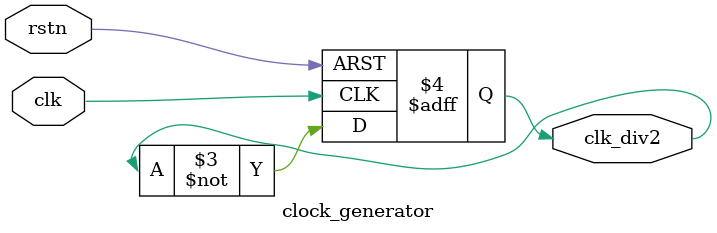
<source format=v>


module clock_generator( 
    input  rstn,
    input  clk,

    output reg clk_div2
);

   always @(posedge clk or negedge rstn) begin
      if(!rstn) begin
         clk_div2 <= 0;
      end else begin
         clk_div2 <= ~clk_div2;
      end
   end


endmodule


</source>
